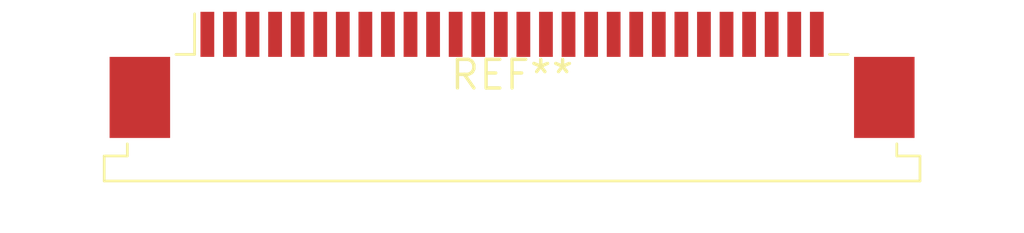
<source format=kicad_pcb>
(kicad_pcb (version 20240108) (generator pcbnew)
  (layers (0 "F.Cu" signal) (31 "B.Cu" signal) (34 "B.Paste" user) (35 "F.Paste" user) (36 "B.SilkS" user "B.Silkscreen") (37 "F.SilkS" user "F.Silkscreen") (38 "B.Mask" user) (39 "F.Mask" user) (44 "Edge.Cuts" user))
  (net 0 "")
  (footprint "TE_2-84953-8_1x28-1MP_P1.0mm_Horizontal" (layer "F.Cu") (at 0 0)
    (property "Reference" "REF**")
    (property "Value" "TE_2-84953-8_1x28-1MP_P1.0mm_Horizontal")
    (fp_line (start -18.07 3.6) (end -17.045 3.6) (layer "F.SilkS") (stroke (width 0.12)))
    (fp_line (start -18.07 4.71) (end -18.07 3.6) (layer "F.SilkS") (stroke (width 0.12)))
    (fp_line (start -17.045 3.6) (end -17.045 3.06) (layer "F.SilkS") (stroke (width 0.12)))
    (fp_line (start -14.89 -0.91) (end -14.065 -0.91) (layer "F.SilkS") (stroke (width 0.12)))
    (fp_line (start -14.065 -0.91) (end -14.065 -2.71) (layer "F.SilkS") (stroke (width 0.12)))
    (fp_line (start 14.065 -0.91) (end 14.89 -0.91) (layer "F.SilkS") (stroke (width 0.12)))
    (fp_line (start 17.045 3.06) (end 17.045 3.6) (layer "F.SilkS") (stroke (width 0.12)))
    (fp_line (start 17.045 3.6) (end 18.07 3.6) (layer "F.SilkS") (stroke (width 0.12)))
    (fp_line (start 18.07 3.6) (end 18.07 4.71) (layer "F.SilkS") (stroke (width 0.12)))
    (fp_line (start 18.07 4.71) (end -18.07 4.71) (layer "F.SilkS") (stroke (width 0.12)))
    (pad "1" smd rect (at -13.5 -1.8) (size 0.61 2) (layers "F.Cu" "F.Paste" "F.Mask"))
    (pad "2" smd rect (at -12.5 -1.8) (size 0.61 2) (layers "F.Cu" "F.Paste" "F.Mask"))
    (pad "3" smd rect (at -11.5 -1.8) (size 0.61 2) (layers "F.Cu" "F.Paste" "F.Mask"))
    (pad "4" smd rect (at -10.5 -1.8) (size 0.61 2) (layers "F.Cu" "F.Paste" "F.Mask"))
    (pad "5" smd rect (at -9.5 -1.8) (size 0.61 2) (layers "F.Cu" "F.Paste" "F.Mask"))
    (pad "6" smd rect (at -8.5 -1.8) (size 0.61 2) (layers "F.Cu" "F.Paste" "F.Mask"))
    (pad "7" smd rect (at -7.5 -1.8) (size 0.61 2) (layers "F.Cu" "F.Paste" "F.Mask"))
    (pad "8" smd rect (at -6.5 -1.8) (size 0.61 2) (layers "F.Cu" "F.Paste" "F.Mask"))
    (pad "9" smd rect (at -5.5 -1.8) (size 0.61 2) (layers "F.Cu" "F.Paste" "F.Mask"))
    (pad "10" smd rect (at -4.5 -1.8) (size 0.61 2) (layers "F.Cu" "F.Paste" "F.Mask"))
    (pad "11" smd rect (at -3.5 -1.8) (size 0.61 2) (layers "F.Cu" "F.Paste" "F.Mask"))
    (pad "12" smd rect (at -2.5 -1.8) (size 0.61 2) (layers "F.Cu" "F.Paste" "F.Mask"))
    (pad "13" smd rect (at -1.5 -1.8) (size 0.61 2) (layers "F.Cu" "F.Paste" "F.Mask"))
    (pad "14" smd rect (at -0.5 -1.8) (size 0.61 2) (layers "F.Cu" "F.Paste" "F.Mask"))
    (pad "15" smd rect (at 0.5 -1.8) (size 0.61 2) (layers "F.Cu" "F.Paste" "F.Mask"))
    (pad "16" smd rect (at 1.5 -1.8) (size 0.61 2) (layers "F.Cu" "F.Paste" "F.Mask"))
    (pad "17" smd rect (at 2.5 -1.8) (size 0.61 2) (layers "F.Cu" "F.Paste" "F.Mask"))
    (pad "18" smd rect (at 3.5 -1.8) (size 0.61 2) (layers "F.Cu" "F.Paste" "F.Mask"))
    (pad "19" smd rect (at 4.5 -1.8) (size 0.61 2) (layers "F.Cu" "F.Paste" "F.Mask"))
    (pad "20" smd rect (at 5.5 -1.8) (size 0.61 2) (layers "F.Cu" "F.Paste" "F.Mask"))
    (pad "21" smd rect (at 6.5 -1.8) (size 0.61 2) (layers "F.Cu" "F.Paste" "F.Mask"))
    (pad "22" smd rect (at 7.5 -1.8) (size 0.61 2) (layers "F.Cu" "F.Paste" "F.Mask"))
    (pad "23" smd rect (at 8.5 -1.8) (size 0.61 2) (layers "F.Cu" "F.Paste" "F.Mask"))
    (pad "24" smd rect (at 9.5 -1.8) (size 0.61 2) (layers "F.Cu" "F.Paste" "F.Mask"))
    (pad "25" smd rect (at 10.5 -1.8) (size 0.61 2) (layers "F.Cu" "F.Paste" "F.Mask"))
    (pad "26" smd rect (at 11.5 -1.8) (size 0.61 2) (layers "F.Cu" "F.Paste" "F.Mask"))
    (pad "27" smd rect (at 12.5 -1.8) (size 0.61 2) (layers "F.Cu" "F.Paste" "F.Mask"))
    (pad "28" smd rect (at 13.5 -1.8) (size 0.61 2) (layers "F.Cu" "F.Paste" "F.Mask"))
    (pad "MP" smd rect (at -16.49 1) (size 2.68 3.6) (layers "F.Cu" "F.Paste" "F.Mask"))
    (pad "MP" smd rect (at 16.49 1) (size 2.68 3.6) (layers "F.Cu" "F.Paste" "F.Mask"))
  )
)
</source>
